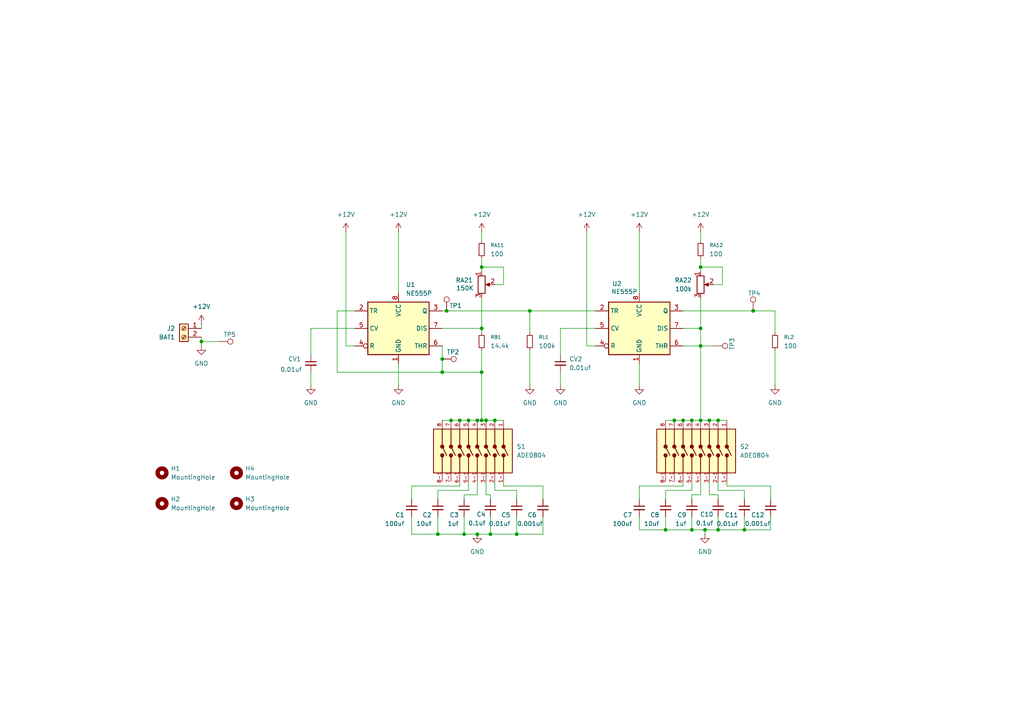
<source format=kicad_sch>
(kicad_sch (version 20250114) (generator "eeschema") (generator_version "9.0")
  (paper "A4")
  (lib_symbols
    (symbol "ADE0804:ADE0804" (pin_names (offset 1.016))
      (property "Reference" "S" (at -4.83 14.2359 0))
      (property "Value" "ADE0804" (at -5.0804 -12.7011 0))
      (symbol "ADE0804_0_0"
        (polyline (pts (xy -5.08 10.16) (xy 0 10.16)) (stroke (width 0.254)))
        (polyline (pts (xy -5.08 7.62) (xy 0 7.62)) (stroke (width 0.254)))
        (polyline (pts (xy -5.08 5.08) (xy 0 5.08)) (stroke (width 0.254)))
        (polyline (pts (xy -5.08 2.54) (xy 0 2.54)) (stroke (width 0.254)))
        (polyline (pts (xy -5.08 0) (xy 0 0)) (stroke (width 0.254)))
        (polyline (pts (xy -5.08 -2.54) (xy 0 -2.54)) (stroke (width 0.254)))
        (polyline (pts (xy -5.08 -5.08) (xy 0 -5.08)) (stroke (width 0.254)))
        (polyline (pts (xy -5.08 -7.62) (xy 0 -7.62)) (stroke (width 0.254)))
        (rectangle (start -5.08 -10.16) (end 7.62 12.7) (stroke (width 0.254)) (fill (type background)))
        (circle (center 0 10.16) (radius 0.1) (stroke (width 0.5)))
        (polyline (pts (xy 0 10.16) (xy 2.54 11.43)) (stroke (width 0.254)))
        (circle (center 0 7.62) (radius 0.1) (stroke (width 0.5)))
        (polyline (pts (xy 0 7.62) (xy 2.54 8.89)) (stroke (width 0.254)))
        (circle (center 0 5.08) (radius 0.1) (stroke (width 0.5)))
        (polyline (pts (xy 0 5.08) (xy 2.54 6.35)) (stroke (width 0.254)))
        (circle (center 0 2.54) (radius 0.1) (stroke (width 0.5)))
        (polyline (pts (xy 0 2.54) (xy 2.54 3.81)) (stroke (width 0.254)))
        (polyline (pts (xy 0 0) (xy 2.54 1.27)) (stroke (width 0.254)))
        (circle (center 0 0) (radius 0.1) (stroke (width 0.5)))
        (polyline (pts (xy 0 -2.54) (xy 2.54 -1.27)) (stroke (width 0.254)))
        (circle (center 0 -2.54) (radius 0.1) (stroke (width 0.5)))
        (polyline (pts (xy 0 -5.08) (xy 2.54 -3.81)) (stroke (width 0.254)))
        (circle (center 0 -5.08) (radius 0.1) (stroke (width 0.5)))
        (polyline (pts (xy 0 -7.62) (xy 2.54 -6.35)) (stroke (width 0.254)))
        (circle (center 0 -7.62) (radius 0.1) (stroke (width 0.5)))
        (polyline (pts (xy 2.54 10.16) (xy 7.62 10.16)) (stroke (width 0.254)))
        (circle (center 2.54 10.16) (radius 0.1) (stroke (width 0.5)))
        (polyline (pts (xy 2.54 7.62) (xy 7.62 7.62)) (stroke (width 0.254)))
        (circle (center 2.54 7.62) (radius 0.1) (stroke (width 0.5)))
        (polyline (pts (xy 2.54 5.08) (xy 7.62 5.08)) (stroke (width 0.254)))
        (circle (center 2.54 5.08) (radius 0.1) (stroke (width 0.5)))
        (polyline (pts (xy 2.54 2.54) (xy 7.62 2.54)) (stroke (width 0.254)))
        (circle (center 2.54 2.54) (radius 0.1) (stroke (width 0.5)))
        (polyline (pts (xy 2.54 0) (xy 7.62 0)) (stroke (width 0.254)))
        (circle (center 2.54 0) (radius 0.1) (stroke (width 0.5)))
        (polyline (pts (xy 2.54 -2.54) (xy 7.62 -2.54)) (stroke (width 0.254)))
        (circle (center 2.54 -2.54) (radius 0.1) (stroke (width 0.5)))
        (polyline (pts (xy 2.54 -5.08) (xy 7.62 -5.08)) (stroke (width 0.254)))
        (circle (center 2.54 -5.08) (radius 0.1) (stroke (width 0.5)))
        (polyline (pts (xy 2.54 -7.62) (xy 7.62 -7.62)) (stroke (width 0.254)))
        (circle (center 2.54 -7.62) (radius 0.1) (stroke (width 0.5)))
        (pin passive line (at -7.62 10.16 0) (length 2.54) (name "~") (number "1"))
        (pin passive line (at -7.62 7.62 0) (length 2.54) (name "~") (number "2"))
        (pin passive line (at -7.62 5.08 0) (length 2.54) (name "~") (number "3"))
        (pin passive line (at -7.62 2.54 0) (length 2.54) (name "~") (number "4"))
        (pin passive line (at -7.62 0 0) (length 2.54) (name "~") (number "5"))
        (pin passive line (at -7.62 -2.54 0) (length 2.54) (name "~") (number "6"))
        (pin passive line (at -7.62 -5.08 0) (length 2.54) (name "~") (number "7"))
        (pin passive line (at -7.62 -7.62 0) (length 2.54) (name "~") (number "8"))
        (pin passive line (at 10.16 10.16 180) (length 2.54) (name "~") (number "1-1"))
        (pin passive line (at 10.16 7.62 180) (length 2.54) (name "~") (number "2-1"))
        (pin passive line (at 10.16 5.08 180) (length 2.54) (name "~") (number "3-1"))
        (pin passive line (at 10.16 2.54 180) (length 2.54) (name "~") (number "4-1"))
        (pin passive line (at 10.16 0 180) (length 2.54) (name "~") (number "5-1"))
        (pin passive line (at 10.16 -2.54 180) (length 2.54) (name "~") (number "6-1"))
        (pin passive line (at 10.16 -5.08 180) (length 2.54) (name "~") (number "7-1"))
        (pin passive line (at 10.16 -7.62 180) (length 2.54) (name "~") (number "8-1"))
      )
    )
    (symbol "Connector:Screw_Terminal_01x02" (pin_names (offset 1.016) (hide yes))
      (property "Reference" "J" (at 0 2.54 0))
      (property "Value" "Screw_Terminal_01x02" (at 0 -5.08 0))
      (symbol "Screw_Terminal_01x02_1_1"
        (rectangle (start -1.27 1.27) (end 1.27 -3.81) (stroke (width 0.254)) (fill (type background)))
        (polyline (pts (xy -0.5334 0.3302) (xy 0.3302 -0.508)) (stroke (width 0.1524)))
        (polyline (pts (xy -0.5334 -2.2098) (xy 0.3302 -3.048)) (stroke (width 0.1524)))
        (polyline (pts (xy -0.3556 0.508) (xy 0.508 -0.3302)) (stroke (width 0.1524)))
        (polyline (pts (xy -0.3556 -2.032) (xy 0.508 -2.8702)) (stroke (width 0.1524)))
        (circle (center 0 0) (radius 0.635) (stroke (width 0.1524)))
        (circle (center 0 -2.54) (radius 0.635) (stroke (width 0.1524)))
        (pin passive line (at -5.08 0 0) (length 3.81) (name "Pin_1") (number "1"))
        (pin passive line (at -5.08 -2.54 0) (length 3.81) (name "Pin_2") (number "2"))
      )
    )
    (symbol "Connector:TestPoint" (pin_numbers (hide yes)) (pin_names (offset 0.762) (hide yes))
      (property "Reference" "TP" (at 0 6.858 0))
      (property "Value" "TestPoint" (at 0 5.08 0))
      (symbol "TestPoint_0_1"
        (circle (center 0 3.302) (radius 0.762))
      )
      (symbol "TestPoint_1_1"
        (pin passive line (at 0 0 90) (length 2.54) (name "1") (number "1"))
      )
    )
    (symbol "Device:C_Small" (pin_numbers (hide yes)) (pin_names (offset 0.254) (hide yes))
      (property "Reference" "C" (at 0.254 1.778 0))
      (property "Value" "C_Small" (at 0.254 -2.032 0))
      (symbol "C_Small_0_1"
        (polyline (pts (xy -1.524 0.508) (xy 1.524 0.508)) (stroke (width 0.3048)))
        (polyline (pts (xy -1.524 -0.508) (xy 1.524 -0.508)) (stroke (width 0.3302)))
      )
      (symbol "C_Small_1_1"
        (pin passive line (at 0 2.54 270) (length 2.032) (name "~") (number "1"))
        (pin passive line (at 0 -2.54 90) (length 2.032) (name "~") (number "2"))
      )
    )
    (symbol "Device:R_Potentiometer" (pin_names (offset 1.016) (hide yes))
      (property "Reference" "RV" (at -4.445 0 90))
      (property "Value" "R_Potentiometer" (at -2.54 0 90))
      (symbol "R_Potentiometer_0_1"
        (rectangle (start 1.016 2.54) (end -1.016 -2.54) (stroke (width 0.254)))
        (polyline (pts (xy 1.143 0) (xy 2.286 0.508) (xy 2.286 -0.508) (xy 1.143 0)) (fill (type outline)))
        (polyline (pts (xy 2.54 0) (xy 1.524 0)))
      )
      (symbol "R_Potentiometer_1_1"
        (pin passive line (at 0 3.81 270) (length 1.27) (name "1") (number "1"))
        (pin passive line (at 0 -3.81 90) (length 1.27) (name "3") (number "3"))
        (pin passive line (at 3.81 0 180) (length 1.27) (name "2") (number "2"))
      )
    )
    (symbol "Device:R_Small" (pin_numbers (hide yes)) (pin_names (offset 0.254) (hide yes))
      (property "Reference" "R" (at 0 0 90))
      (property "Value" "R_Small" (at 1.778 0 90))
      (symbol "R_Small_0_1"
        (rectangle (start -0.762 1.778) (end 0.762 -1.778) (stroke (width 0.2032)))
      )
      (symbol "R_Small_1_1"
        (pin passive line (at 0 2.54 270) (length 0.762) (name "~") (number "1"))
        (pin passive line (at 0 -2.54 90) (length 0.762) (name "~") (number "2"))
      )
    )
    (symbol "Mechanical:MountingHole" (pin_names (offset 1.016)) (in_bom no)
      (property "Reference" "H" (at 0 5.08 0))
      (property "Value" "MountingHole" (at 0 3.175 0))
      (symbol "MountingHole_0_1"
        (circle (center 0 0) (radius 1.27) (stroke (width 1.27)))
      )
    )
    (symbol "Timer:NE555P"
      (property "Reference" "U" (at -10.16 8.89 0))
      (property "Value" "NE555P" (at 2.54 8.89 0))
      (symbol "NE555P_0_0"
        (pin power_in line (at 0 10.16 270) (length 2.54) (name "VCC") (number "8"))
        (pin power_in line (at 0 -10.16 90) (length 2.54) (name "GND") (number "1"))
      )
      (symbol "NE555P_0_1"
        (rectangle (start -8.89 -7.62) (end 8.89 7.62) (stroke (width 0.254)) (fill (type background)))
        (rectangle (start -8.89 -7.62) (end 8.89 7.62) (stroke (width 0.254)) (fill (type background)))
      )
      (symbol "NE555P_1_1"
        (pin input line (at -12.7 5.08 0) (length 3.81) (name "TR") (number "2"))
        (pin input line (at -12.7 0 0) (length 3.81) (name "CV") (number "5"))
        (pin input inverted (at -12.7 -5.08 0) (length 3.81) (name "R") (number "4"))
        (pin output line (at 12.7 5.08 180) (length 3.81) (name "Q") (number "3"))
        (pin input line (at 12.7 0 180) (length 3.81) (name "DIS") (number "7"))
        (pin input line (at 12.7 -5.08 180) (length 3.81) (name "THR") (number "6"))
      )
    )
    (symbol "power:+12V" (power) (pin_numbers (hide yes)) (pin_names (offset 0) (hide yes))
      (property "Value" "+12V" (at 0 3.556 0))
      (symbol "+12V_0_1"
        (polyline (pts (xy -0.762 1.27) (xy 0 2.54)))
        (polyline (pts (xy 0 2.54) (xy 0.762 1.27)))
        (polyline (pts (xy 0 0) (xy 0 2.54)))
      )
      (symbol "+12V_1_1"
        (pin power_in line (at 0 0 90) (length 0) (name "~") (number "1"))
      )
    )
    (symbol "power:GND" (power) (pin_numbers (hide yes)) (pin_names (offset 0) (hide yes))
      (property "Value" "GND" (at 0 -3.81 0))
      (symbol "GND_0_1"
        (polyline (pts (xy 0 0) (xy 0 -1.27) (xy 1.27 -1.27) (xy 0 -2.54) (xy -1.27 -1.27) (xy 0 -1.27)))
      )
      (symbol "GND_1_1"
        (pin power_in line (at 0 0 270) (length 0) (name "~") (number "1"))
      )
    )
  )
  (junction (at 139.7 95.25))
  (junction (at 143.51 121.92))
  (junction (at 129.54 90.17))
  (junction (at 128.27 107.95))
  (junction (at 153.67 90.17))
  (junction (at 128.27 104.14))
  (junction (at 149.86 154.94))
  (junction (at 138.43 154.94))
  (junction (at 140.97 121.92))
  (junction (at 203.2 100.33))
  (junction (at 134.62 154.94))
  (junction (at 135.89 121.92))
  (junction (at 58.42 99.06))
  (junction (at 142.24 154.94))
  (junction (at 200.66 121.92))
  (junction (at 203.2 121.92))
  (junction (at 195.58 121.92))
  (junction (at 193.04 153.67))
  (junction (at 218.44 90.17))
  (junction (at 205.74 121.92))
  (junction (at 198.12 121.92))
  (junction (at 139.7 77.47))
  (junction (at 203.2 95.25))
  (junction (at 200.66 153.67))
  (junction (at 139.7 107.95))
  (junction (at 208.28 121.92))
  (junction (at 139.7 121.92))
  (junction (at 127 154.94))
  (junction (at 203.2 77.47))
  (junction (at 215.9 153.67))
  (junction (at 130.81 121.92))
  (junction (at 208.28 153.67))
  (junction (at 133.35 121.92))
  (junction (at 204.47 153.67))
  (junction (at 138.43 121.92))
  (wire (pts (xy 58.42 97.79) (xy 58.42 99.06)))
  (wire (pts (xy 97.79 107.95) (xy 128.27 107.95)))
  (wire (pts (xy 134.62 143.51) (xy 138.43 143.51)))
  (wire (pts (xy 133.35 140.97) (xy 133.35 139.7)))
  (wire (pts (xy 139.7 77.47) (xy 139.7 78.74)))
  (wire (pts (xy 215.9 149.86) (xy 215.9 153.67)))
  (wire (pts (xy 153.67 101.6) (xy 153.67 111.76)))
  (wire (pts (xy 143.51 139.7) (xy 143.51 142.24)))
  (wire (pts (xy 134.62 149.86) (xy 134.62 154.94)))
  (wire (pts (xy 218.44 90.17) (xy 224.79 90.17)))
  (wire (pts (xy 134.62 144.78) (xy 134.62 143.51)))
  (wire (pts (xy 170.18 67.31) (xy 170.18 100.33)))
  (wire (pts (xy 185.42 140.97) (xy 198.12 140.97)))
  (wire (pts (xy 215.9 142.24) (xy 208.28 142.24)))
  (wire (pts (xy 185.42 111.76) (xy 185.42 105.41)))
  (wire (pts (xy 139.7 77.47) (xy 146.05 77.47)))
  (wire (pts (xy 138.43 143.51) (xy 138.43 139.7)))
  (wire (pts (xy 208.28 153.67) (xy 204.47 153.67)))
  (wire (pts (xy 102.87 95.25) (xy 90.17 95.25)))
  (wire (pts (xy 128.27 90.17) (xy 129.54 90.17)))
  (wire (pts (xy 209.55 77.47) (xy 203.2 77.47)))
  (wire (pts (xy 149.86 154.94) (xy 142.24 154.94)))
  (wire (pts (xy 185.42 149.86) (xy 185.42 153.67)))
  (wire (pts (xy 100.33 67.31) (xy 100.33 100.33)))
  (wire (pts (xy 208.28 139.7) (xy 208.28 142.24)))
  (wire (pts (xy 215.9 153.67) (xy 208.28 153.67)))
  (wire (pts (xy 149.86 142.24) (xy 143.51 142.24)))
  (wire (pts (xy 198.12 140.97) (xy 198.12 139.7)))
  (wire (pts (xy 223.52 149.86) (xy 223.52 153.67)))
  (wire (pts (xy 210.82 140.97) (xy 210.82 139.7)))
  (wire (pts (xy 130.81 121.92) (xy 133.35 121.92)))
  (wire (pts (xy 193.04 121.92) (xy 195.58 121.92)))
  (wire (pts (xy 203.2 121.92) (xy 205.74 121.92)))
  (wire (pts (xy 153.67 90.17) (xy 153.67 96.52)))
  (wire (pts (xy 139.7 101.6) (xy 139.7 107.95)))
  (wire (pts (xy 208.28 143.51) (xy 205.74 143.51)))
  (wire (pts (xy 135.89 142.24) (xy 135.89 139.7)))
  (wire (pts (xy 90.17 107.95) (xy 90.17 111.76)))
  (wire (pts (xy 223.52 140.97) (xy 210.82 140.97)))
  (wire (pts (xy 128.27 95.25) (xy 139.7 95.25)))
  (wire (pts (xy 172.72 95.25) (xy 162.56 95.25)))
  (wire (pts (xy 157.48 154.94) (xy 149.86 154.94)))
  (wire (pts (xy 128.27 107.95) (xy 128.27 104.14)))
  (wire (pts (xy 185.42 153.67) (xy 193.04 153.67)))
  (wire (pts (xy 139.7 74.93) (xy 139.7 77.47)))
  (wire (pts (xy 162.56 95.25) (xy 162.56 102.87)))
  (wire (pts (xy 139.7 121.92) (xy 140.97 121.92)))
  (wire (pts (xy 97.79 90.17) (xy 97.79 107.95)))
  (wire (pts (xy 198.12 100.33) (xy 203.2 100.33)))
  (wire (pts (xy 139.7 67.31) (xy 139.7 69.85)))
  (wire (pts (xy 200.66 143.51) (xy 203.2 143.51)))
  (wire (pts (xy 127 154.94) (xy 134.62 154.94)))
  (wire (pts (xy 193.04 142.24) (xy 200.66 142.24)))
  (wire (pts (xy 133.35 121.92) (xy 135.89 121.92)))
  (wire (pts (xy 223.52 153.67) (xy 215.9 153.67)))
  (wire (pts (xy 203.2 74.93) (xy 203.2 77.47)))
  (wire (pts (xy 207.01 82.55) (xy 209.55 82.55)))
  (wire (pts (xy 198.12 90.17) (xy 218.44 90.17)))
  (wire (pts (xy 205.74 143.51) (xy 205.74 139.7)))
  (wire (pts (xy 119.38 140.97) (xy 133.35 140.97)))
  (wire (pts (xy 224.79 90.17) (xy 224.79 96.52)))
  (wire (pts (xy 143.51 121.92) (xy 146.05 121.92)))
  (wire (pts (xy 135.89 121.92) (xy 138.43 121.92)))
  (wire (pts (xy 203.2 143.51) (xy 203.2 139.7)))
  (wire (pts (xy 138.43 121.92) (xy 139.7 121.92)))
  (wire (pts (xy 139.7 86.36) (xy 139.7 95.25)))
  (wire (pts (xy 128.27 107.95) (xy 139.7 107.95)))
  (wire (pts (xy 119.38 154.94) (xy 127 154.94)))
  (wire (pts (xy 198.12 95.25) (xy 203.2 95.25)))
  (wire (pts (xy 205.74 121.92) (xy 208.28 121.92)))
  (wire (pts (xy 208.28 144.78) (xy 208.28 143.51)))
  (wire (pts (xy 209.55 82.55) (xy 209.55 77.47)))
  (wire (pts (xy 193.04 149.86) (xy 193.04 153.67)))
  (wire (pts (xy 142.24 143.51) (xy 140.97 143.51)))
  (wire (pts (xy 139.7 107.95) (xy 139.7 121.92)))
  (wire (pts (xy 170.18 100.33) (xy 172.72 100.33)))
  (wire (pts (xy 127 142.24) (xy 135.89 142.24)))
  (wire (pts (xy 142.24 154.94) (xy 138.43 154.94)))
  (wire (pts (xy 208.28 149.86) (xy 208.28 153.67)))
  (wire (pts (xy 119.38 144.78) (xy 119.38 140.97)))
  (wire (pts (xy 215.9 144.78) (xy 215.9 142.24)))
  (wire (pts (xy 140.97 121.92) (xy 143.51 121.92)))
  (wire (pts (xy 185.42 67.31) (xy 185.42 85.09)))
  (wire (pts (xy 198.12 121.92) (xy 200.66 121.92)))
  (wire (pts (xy 195.58 121.92) (xy 198.12 121.92)))
  (wire (pts (xy 100.33 100.33) (xy 102.87 100.33)))
  (wire (pts (xy 200.66 149.86) (xy 200.66 153.67)))
  (wire (pts (xy 128.27 121.92) (xy 130.81 121.92)))
  (wire (pts (xy 203.2 95.25) (xy 203.2 100.33)))
  (wire (pts (xy 139.7 95.25) (xy 139.7 96.52)))
  (wire (pts (xy 119.38 149.86) (xy 119.38 154.94)))
  (wire (pts (xy 157.48 149.86) (xy 157.48 154.94)))
  (wire (pts (xy 203.2 86.36) (xy 203.2 95.25)))
  (wire (pts (xy 224.79 101.6) (xy 224.79 111.76)))
  (wire (pts (xy 157.48 140.97) (xy 146.05 140.97)))
  (wire (pts (xy 134.62 154.94) (xy 138.43 154.94)))
  (wire (pts (xy 157.48 144.78) (xy 157.48 140.97)))
  (wire (pts (xy 146.05 82.55) (xy 146.05 77.47)))
  (wire (pts (xy 185.42 144.78) (xy 185.42 140.97)))
  (wire (pts (xy 203.2 100.33) (xy 203.2 121.92)))
  (wire (pts (xy 127 144.78) (xy 127 142.24)))
  (wire (pts (xy 193.04 153.67) (xy 200.66 153.67)))
  (wire (pts (xy 207.01 100.33) (xy 203.2 100.33)))
  (wire (pts (xy 149.86 144.78) (xy 149.86 142.24)))
  (wire (pts (xy 208.28 121.92) (xy 210.82 121.92)))
  (wire (pts (xy 200.66 121.92) (xy 203.2 121.92)))
  (wire (pts (xy 102.87 90.17) (xy 97.79 90.17)))
  (wire (pts (xy 200.66 144.78) (xy 200.66 143.51)))
  (wire (pts (xy 142.24 149.86) (xy 142.24 154.94)))
  (wire (pts (xy 223.52 144.78) (xy 223.52 140.97)))
  (wire (pts (xy 193.04 144.78) (xy 193.04 142.24)))
  (wire (pts (xy 203.2 77.47) (xy 203.2 78.74)))
  (wire (pts (xy 90.17 95.25) (xy 90.17 102.87)))
  (wire (pts (xy 146.05 140.97) (xy 146.05 139.7)))
  (wire (pts (xy 127 149.86) (xy 127 154.94)))
  (wire (pts (xy 128.27 104.14) (xy 128.27 100.33)))
  (wire (pts (xy 140.97 143.51) (xy 140.97 139.7)))
  (wire (pts (xy 200.66 153.67) (xy 204.47 153.67)))
  (wire (pts (xy 203.2 67.31) (xy 203.2 69.85)))
  (wire (pts (xy 58.42 93.98) (xy 58.42 95.25)))
  (wire (pts (xy 162.56 107.95) (xy 162.56 111.76)))
  (wire (pts (xy 115.57 111.76) (xy 115.57 105.41)))
  (wire (pts (xy 149.86 149.86) (xy 149.86 154.94)))
  (wire (pts (xy 115.57 67.31) (xy 115.57 85.09)))
  (wire (pts (xy 142.24 144.78) (xy 142.24 143.51)))
  (wire (pts (xy 58.42 99.06) (xy 58.42 100.33)))
  (wire (pts (xy 204.47 154.94) (xy 204.47 153.67)))
  (wire (pts (xy 63.5 99.06) (xy 58.42 99.06)))
  (wire (pts (xy 129.54 90.17) (xy 153.67 90.17)))
  (wire (pts (xy 200.66 142.24) (xy 200.66 139.7)))
  (wire (pts (xy 153.67 90.17) (xy 172.72 90.17)))
  (wire (pts (xy 143.51 82.55) (xy 146.05 82.55)))
  (symbol (lib_id "Device:C_Small") (at 208.28 147.32 0) (mirror y) (unit 1)
    (property "Reference" "C10" (at 206.9316 149.1882 0) (effects (justify left)))
    (property "Value" "0.1uf" (at 206.9316 151.7282 0) (effects (justify left)))
    (property "Footprint" "Capacitor_THT:C_Radial_D5.0mm_H11.0mm_P2.00mm" (effects (hide yes)))
    (property "Description" "Unpolarized capacitor, small symbol" (effects (hide yes)))
  )
  (symbol (lib_id "Device:R_Potentiometer") (at 139.7 82.55 0) (unit 1)
    (property "Reference" "RA21" (at 137.16 81.2799 0) (effects (justify right)))
    (property "Value" "150K" (at 137.414 83.566 0) (effects (justify right)))
    (property "Footprint" "Potentiometer_THT:Potentiometer_Alps_RK163_Single_Horizontal" (effects (hide yes)))
    (property "Description" "Potentiometer" (effects (hide yes)))
  )
  (symbol (lib_id "power:GND") (at 185.42 111.76 0) (unit 1)
    (property "Reference" "#PWR02" (effects (hide yes)))
    (property "Value" "GND" (at 185.42 116.84 0))
    (property "Description" "Power symbol creates a global label with name \"GND\" , ground" (effects (hide yes)))
  )
  (symbol (lib_id "Device:C_Small") (at 193.04 147.32 0) (mirror y) (unit 1)
    (property "Reference" "C8" (at 191.262 149.352 0) (effects (justify left)))
    (property "Value" "10uf" (at 191.262 151.892 0) (effects (justify left)))
    (property "Footprint" "Capacitor_THT:C_Radial_D5.0mm_H11.0mm_P2.00mm" (effects (hide yes)))
    (property "Description" "Unpolarized capacitor, small symbol" (effects (hide yes)))
  )
  (symbol (lib_id "Device:C_Small") (at 90.17 105.41 0) (unit 1)
    (property "Reference" "CV1" (at 83.566 104.14 0) (effects (justify left)))
    (property "Value" "0.01uf" (at 81.28 107.188 0) (effects (justify left)))
    (property "Footprint" "Capacitor_THT:C_Radial_D5.0mm_H11.0mm_P2.00mm" (effects (hide yes)))
    (property "Description" "Unpolarized capacitor, small symbol" (effects (hide yes)))
  )
  (symbol (lib_id "power:+12V") (at 100.33 67.31 0) (unit 1)
    (property "Reference" "#PWR010" (effects (hide yes)))
    (property "Value" "+12V" (at 100.33 62.23 0))
    (property "Description" "Power symbol creates a global label with name \"+12V\"" (effects (hide yes)))
  )
  (symbol (lib_id "power:+12V") (at 115.57 67.31 0) (unit 1)
    (property "Reference" "#PWR05" (effects (hide yes)))
    (property "Value" "+12V" (at 115.57 62.23 0))
    (property "Description" "Power symbol creates a global label with name \"+12V\"" (effects (hide yes)))
  )
  (symbol (lib_id "power:GND") (at 204.47 154.94 0) (unit 1)
    (property "Reference" "#PWR015" (effects (hide yes)))
    (property "Value" "GND" (at 204.47 160.02 0))
    (property "Description" "Power symbol creates a global label with name \"GND\" , ground" (effects (hide yes)))
  )
  (symbol (lib_id "Device:C_Small") (at 215.9 147.32 0) (mirror y) (unit 1)
    (property "Reference" "C11" (at 214.122 149.352 0) (effects (justify left)))
    (property "Value" "0.01uf" (at 214.122 151.892 0) (effects (justify left)))
    (property "Footprint" "Capacitor_THT:C_Radial_D5.0mm_H11.0mm_P2.00mm" (effects (hide yes)))
    (property "Description" "Unpolarized capacitor, small symbol" (effects (hide yes)))
  )
  (symbol (lib_id "power:GND") (at 115.57 111.76 0) (unit 1)
    (property "Reference" "#PWR01" (effects (hide yes)))
    (property "Value" "GND" (at 115.57 116.84 0))
    (property "Description" "Power symbol creates a global label with name \"GND\" , ground" (effects (hide yes)))
  )
  (symbol (lib_id "power:+12V") (at 58.42 93.98 0) (unit 1)
    (property "Reference" "#PWR04" (effects (hide yes)))
    (property "Value" "+12V" (at 58.42 88.9 0))
    (property "Description" "Power symbol creates a global label with name \"+12V\"" (effects (hide yes)))
  )
  (symbol (lib_id "Mechanical:MountingHole") (at 68.58 137.16 0) (unit 1) (in_bom no)
    (property "Reference" "H4" (at 71.12 135.8899 0) (effects (justify left)))
    (property "Value" "MountingHole" (at 71.12 138.4299 0) (effects (justify left)))
    (property "Footprint" "MountingHole:MountingHole_2.2mm_M2_DIN965" (effects (hide yes)))
    (property "Description" "Mounting Hole without connection" (effects (hide yes)))
  )
  (symbol (lib_id "Device:R_Small") (at 153.67 99.06 0) (unit 1)
    (property "Reference" "RL1" (at 156.21 97.7899 0) (effects (font (size 1.016 1.016)) (justify left)))
    (property "Value" "100k" (at 156.21 100.3299 0) (effects (justify left)))
    (property "Footprint" "Resistor_THT:R_Axial_DIN0207_L6.3mm_D2.5mm_P10.16mm_Horizontal" (effects (hide yes)))
    (property "Description" "Resistor, small symbol" (effects (hide yes)))
  )
  (symbol (lib_id "Device:R_Small") (at 224.79 99.06 0) (unit 1)
    (property "Reference" "RL2" (at 227.33 97.7899 0) (effects (font (size 1.016 1.016)) (justify left)))
    (property "Value" "100" (at 227.33 100.3299 0) (effects (justify left)))
    (property "Footprint" "Resistor_THT:R_Axial_DIN0207_L6.3mm_D2.5mm_P10.16mm_Horizontal" (effects (hide yes)))
    (property "Description" "Resistor, small symbol" (effects (hide yes)))
  )
  (symbol (lib_id "Device:R_Small") (at 203.2 72.39 0) (unit 1)
    (property "Reference" "RA12" (at 205.74 71.1199 0) (effects (font (size 1.016 1.016)) (justify left)))
    (property "Value" "100" (at 205.74 73.6599 0) (effects (justify left)))
    (property "Footprint" "Resistor_THT:R_Axial_DIN0207_L6.3mm_D2.5mm_P10.16mm_Horizontal" (effects (hide yes)))
    (property "Description" "Resistor, small symbol" (effects (hide yes)))
  )
  (symbol (lib_id "Device:C_Small") (at 134.62 147.32 0) (mirror y) (unit 1)
    (property "Reference" "C3" (at 133.096 149.352 0) (effects (justify left)))
    (property "Value" "1uf" (at 133.096 151.892 0) (effects (justify left)))
    (property "Footprint" "Capacitor_THT:C_Radial_D5.0mm_H11.0mm_P2.00mm" (effects (hide yes)))
    (property "Description" "Unpolarized capacitor, small symbol" (effects (hide yes)))
  )
  (symbol (lib_id "Connector:Screw_Terminal_01x02") (at 53.34 95.25 0) (mirror y) (unit 1)
    (property "Reference" "J2" (at 50.8 95.2499 0) (effects (justify left)))
    (property "Value" "BAT1" (at 50.8 97.7899 0) (effects (justify left)))
    (property "Footprint" "TerminalBlock_MetzConnect:TerminalBlock_MetzConnect_Type011_RT05502HBLC_1x02_P5.00mm_Horizontal" (effects (hide yes)))
    (property "Description" "Generic screw terminal, single row, 01x02, script generated (kicad-library-utils/schlib/autogen/connector/)" (effects (hide yes)))
  )
  (symbol (lib_id "Timer:NE555P") (at 115.57 95.25 0) (unit 1)
    (property "Reference" "U1" (at 117.7133 82.55 0) (effects (justify left)))
    (property "Value" "NE555P" (at 117.7133 85.09 0) (effects (justify left)))
    (property "Footprint" "Package_DIP:DIP-8_W7.62mm" (effects (hide yes)))
    (property "Datasheet" "http://www.ti.com/lit/ds/symlink/ne555.pdf" (effects (hide yes)))
    (property "Description" "Precision Timers, 555 compatible,  PDIP-8" (effects (hide yes)))
  )
  (symbol (lib_id "Connector:TestPoint") (at 128.27 104.14 270) (unit 1)
    (property "Reference" "TP2" (at 129.54 102.108 90) (effects (justify left)))
    (property "Value" "TestPoint" (effects (hide yes)))
    (property "Footprint" "TestPoint:TestPoint_THTPad_D1.0mm_Drill0.5mm" (effects (hide yes)))
    (property "Description" "test point" (effects (hide yes)))
  )
  (symbol (lib_id "Device:R_Small") (at 139.7 99.06 0) (unit 1)
    (property "Reference" "RB1" (at 142.24 97.7899 0) (effects (font (size 1.016 1.016)) (justify left)))
    (property "Value" "14.4k" (at 142.24 100.3299 0) (effects (justify left)))
    (property "Footprint" "Resistor_THT:R_Axial_DIN0207_L6.3mm_D2.5mm_P10.16mm_Horizontal" (effects (hide yes)))
    (property "Description" "Resistor, small symbol" (effects (hide yes)))
  )
  (symbol (lib_id "Device:C_Small") (at 185.42 147.32 0) (mirror y) (unit 1)
    (property "Reference" "C7" (at 183.388 149.352 0) (effects (justify left)))
    (property "Value" "100uf" (at 183.388 151.892 0) (effects (justify left)))
    (property "Footprint" "Capacitor_THT:C_Radial_D5.0mm_H11.0mm_P2.00mm" (effects (hide yes)))
    (property "Description" "Unpolarized capacitor, small symbol" (effects (hide yes)))
  )
  (symbol (lib_id "Device:C_Small") (at 157.48 147.32 0) (mirror y) (unit 1)
    (property "Reference" "C6" (at 155.702 149.352 0) (effects (justify left)))
    (property "Value" "0.001uf" (at 157.48 151.892 0) (effects (justify left)))
    (property "Footprint" "Capacitor_THT:C_Radial_D5.0mm_H11.0mm_P2.00mm" (effects (hide yes)))
    (property "Description" "Unpolarized capacitor, small symbol" (effects (hide yes)))
  )
  (symbol (lib_id "Connector:TestPoint") (at 129.54 90.17 0) (unit 1)
    (property "Reference" "TP1" (at 130.302 88.646 0) (effects (justify left)))
    (property "Value" "TestPoint" (effects (hide yes)))
    (property "Footprint" "TestPoint:TestPoint_THTPad_D1.0mm_Drill0.5mm" (effects (hide yes)))
    (property "Description" "test point" (effects (hide yes)))
  )
  (symbol (lib_id "power:+12V") (at 170.18 67.31 0) (unit 1)
    (property "Reference" "#PWR014" (effects (hide yes)))
    (property "Value" "+12V" (at 170.18 62.23 0))
    (property "Description" "Power symbol creates a global label with name \"+12V\"" (effects (hide yes)))
  )
  (symbol (lib_id "power:+12V") (at 139.7 67.31 0) (unit 1)
    (property "Reference" "#PWR09" (effects (hide yes)))
    (property "Value" "+12V" (at 139.7 62.23 0))
    (property "Description" "Power symbol creates a global label with name \"+12V\"" (effects (hide yes)))
  )
  (symbol (lib_id "Mechanical:MountingHole") (at 46.99 137.16 0) (unit 1) (in_bom no)
    (property "Reference" "H1" (at 49.53 135.8899 0) (effects (justify left)))
    (property "Value" "MountingHole" (at 49.53 138.4299 0) (effects (justify left)))
    (property "Footprint" "MountingHole:MountingHole_2.2mm_M2_DIN965" (effects (hide yes)))
    (property "Description" "Mounting Hole without connection" (effects (hide yes)))
  )
  (symbol (lib_id "power:GND") (at 58.42 100.33 0) (unit 1)
    (property "Reference" "#PWR03" (effects (hide yes)))
    (property "Value" "GND" (at 58.42 105.41 0))
    (property "Description" "Power symbol creates a global label with name \"GND\" , ground" (effects (hide yes)))
  )
  (symbol (lib_id "Device:C_Small") (at 223.52 147.32 0) (mirror y) (unit 1)
    (property "Reference" "C12" (at 221.742 149.352 0) (effects (justify left)))
    (property "Value" "0.001uf" (at 223.52 151.892 0) (effects (justify left)))
    (property "Footprint" "Capacitor_THT:C_Radial_D5.0mm_H11.0mm_P2.00mm" (effects (hide yes)))
    (property "Description" "Unpolarized capacitor, small symbol" (effects (hide yes)))
  )
  (symbol (lib_id "Mechanical:MountingHole") (at 68.58 146.05 0) (unit 1) (in_bom no)
    (property "Reference" "H3" (at 71.12 144.7799 0) (effects (justify left)))
    (property "Value" "MountingHole" (at 71.12 147.3199 0) (effects (justify left)))
    (property "Footprint" "MountingHole:MountingHole_2.2mm_M2_DIN965" (effects (hide yes)))
    (property "Description" "Mounting Hole without connection" (effects (hide yes)))
  )
  (symbol (lib_id "Mechanical:MountingHole") (at 46.99 146.05 0) (unit 1) (in_bom no)
    (property "Reference" "H2" (at 49.53 144.7799 0) (effects (justify left)))
    (property "Value" "MountingHole" (at 49.53 147.3199 0) (effects (justify left)))
    (property "Footprint" "MountingHole:MountingHole_2.2mm_M2_DIN965" (effects (hide yes)))
    (property "Description" "Mounting Hole without connection" (effects (hide yes)))
  )
  (symbol (lib_id "Device:C_Small") (at 149.86 147.32 0) (mirror y) (unit 1)
    (property "Reference" "C5" (at 148.082 149.352 0) (effects (justify left)))
    (property "Value" "0.01uf" (at 148.082 151.892 0) (effects (justify left)))
    (property "Footprint" "Capacitor_THT:C_Radial_D5.0mm_H11.0mm_P2.00mm" (effects (hide yes)))
    (property "Description" "Unpolarized capacitor, small symbol" (effects (hide yes)))
  )
  (symbol (lib_id "Timer:NE555P") (at 185.42 95.25 0) (unit 1)
    (property "Reference" "U2" (at 177.546 82.296 0) (effects (justify left)))
    (property "Value" "NE555P" (at 177.292 84.582 0) (effects (justify left)))
    (property "Footprint" "Package_DIP:DIP-8_W7.62mm" (effects (hide yes)))
    (property "Datasheet" "http://www.ti.com/lit/ds/symlink/ne555.pdf" (effects (hide yes)))
    (property "Description" "Precision Timers, 555 compatible,  PDIP-8" (effects (hide yes)))
  )
  (symbol (lib_id "Device:C_Small") (at 142.24 147.32 0) (mirror y) (unit 1)
    (property "Reference" "C4" (at 140.8916 149.1882 0) (effects (justify left)))
    (property "Value" "0.1uf" (at 140.8916 151.7282 0) (effects (justify left)))
    (property "Footprint" "Capacitor_THT:C_Radial_D5.0mm_H11.0mm_P2.00mm" (effects (hide yes)))
    (property "Description" "Unpolarized capacitor, small symbol" (effects (hide yes)))
  )
  (symbol (lib_id "Connector:TestPoint") (at 207.01 100.33 270) (unit 1)
    (property "Reference" "TP3" (at 212.344 101.6 0) (effects (justify right)))
    (property "Value" "TestPoint" (effects (hide yes)))
    (property "Footprint" "TestPoint:TestPoint_THTPad_D1.0mm_Drill0.5mm" (effects (hide yes)))
    (property "Description" "test point" (effects (hide yes)))
  )
  (symbol (lib_id "Device:C_Small") (at 127 147.32 0) (mirror y) (unit 1)
    (property "Reference" "C2" (at 125.222 149.352 0) (effects (justify left)))
    (property "Value" "10uf" (at 125.222 151.892 0) (effects (justify left)))
    (property "Footprint" "Capacitor_THT:C_Radial_D5.0mm_H11.0mm_P2.00mm" (effects (hide yes)))
    (property "Description" "Unpolarized capacitor, small symbol" (effects (hide yes)))
  )
  (symbol (lib_id "power:GND") (at 138.43 154.94 0) (unit 1)
    (property "Reference" "#PWR016" (effects (hide yes)))
    (property "Value" "GND" (at 138.43 160.02 0))
    (property "Description" "Power symbol creates a global label with name \"GND\" , ground" (effects (hide yes)))
  )
  (symbol (lib_id "Connector:TestPoint") (at 63.5 99.06 270) (unit 1)
    (property "Reference" "TP5" (at 64.77 97.028 90) (effects (justify left)))
    (property "Value" "TestPoint" (effects (hide yes)))
    (property "Footprint" "TestPoint:TestPoint_THTPad_D1.0mm_Drill0.5mm" (effects (hide yes)))
    (property "Description" "test point" (effects (hide yes)))
  )
  (symbol (lib_id "Device:C_Small") (at 162.56 105.41 0) (unit 1)
    (property "Reference" "CV2" (at 165.1 104.1462 0) (effects (justify left)))
    (property "Value" "0.01uf" (at 165.1 106.6862 0) (effects (justify left)))
    (property "Footprint" "Capacitor_THT:C_Radial_D5.0mm_H11.0mm_P2.00mm" (effects (hide yes)))
    (property "Description" "Unpolarized capacitor, small symbol" (effects (hide yes)))
  )
  (symbol (lib_id "power:GND") (at 153.67 111.76 0) (unit 1)
    (property "Reference" "#PWR011" (effects (hide yes)))
    (property "Value" "GND" (at 153.67 116.84 0))
    (property "Description" "Power symbol creates a global label with name \"GND\" , ground" (effects (hide yes)))
  )
  (symbol (lib_id "power:+12V") (at 185.42 67.31 0) (unit 1)
    (property "Reference" "#PWR06" (effects (hide yes)))
    (property "Value" "+12V" (at 185.42 62.23 0))
    (property "Description" "Power symbol creates a global label with name \"+12V\"" (effects (hide yes)))
  )
  (symbol (lib_id "Device:R_Small") (at 139.7 72.39 0) (unit 1)
    (property "Reference" "RA11" (at 142.24 71.1199 0) (effects (font (size 1.016 1.016)) (justify left)))
    (property "Value" "100" (at 142.24 73.6599 0) (effects (justify left)))
    (property "Footprint" "Resistor_THT:R_Axial_DIN0207_L6.3mm_D2.5mm_P10.16mm_Horizontal" (effects (hide yes)))
    (property "Description" "Resistor, small symbol" (effects (hide yes)))
  )
  (symbol (lib_id "Device:C_Small") (at 119.38 147.32 0) (mirror y) (unit 1)
    (property "Reference" "C1" (at 117.348 149.352 0) (effects (justify left)))
    (property "Value" "100uf" (at 117.348 151.892 0) (effects (justify left)))
    (property "Footprint" "Capacitor_THT:C_Radial_D5.0mm_H11.0mm_P2.00mm" (effects (hide yes)))
    (property "Description" "Unpolarized capacitor, small symbol" (effects (hide yes)))
  )
  (symbol (lib_id "Device:C_Small") (at 200.66 147.32 0) (mirror y) (unit 1)
    (property "Reference" "C9" (at 199.136 149.352 0) (effects (justify left)))
    (property "Value" "1uf" (at 199.136 151.892 0) (effects (justify left)))
    (property "Footprint" "Capacitor_THT:C_Radial_D5.0mm_H11.0mm_P2.00mm" (effects (hide yes)))
    (property "Description" "Unpolarized capacitor, small symbol" (effects (hide yes)))
  )
  (symbol (lib_id "ADE0804:ADE0804") (at 135.89 129.54 270) (unit 1)
    (property "Reference" "S1" (at 149.86 129.5399 90) (effects (justify left)))
    (property "Value" "ADE0804" (at 149.86 132.0799 90) (effects (justify left)))
    (property "Footprint" "ADE0804:SW_ADE0804" (effects (hide yes)))
    (property "MF" "TE Connectivity" (effects (hide yes)))
    (property "Description_1" "witch, DIP, 8 Position, Slide Actuator, SPST, Thru-Hole | TE Connectivity ADE0804" (effects (hide yes)))
    (property "Package" "None" (effects (hide yes)))
    (property "Price" "None" (effects (hide yes)))
    (property "Check_prices" "https://www.snapeda.com/parts/ADE0804/TE+Connectivity+ALCOSWITCH+Switches/view-part/?ref=eda" (effects (hide yes)))
    (property "STANDARD" "IPC-7351B" (effects (hide yes)))
    (property "PARTREV" "R1" (effects (hide yes)))
    (property "SnapEDA_Link" "https://www.snapeda.com/parts/ADE0804/TE+Connectivity+ALCOSWITCH+Switches/view-part/?ref=snap" (effects (hide yes)))
    (property "MP" "ADE0804" (effects (hide yes)))
    (property "Availability" "In Stock" (effects (hide yes)))
    (property "MANUFACTURER" "TE CONNECTIVITY" (effects (hide yes)))
  )
  (symbol (lib_id "power:GND") (at 162.56 111.76 0) (unit 1)
    (property "Reference" "#PWR08" (effects (hide yes)))
    (property "Value" "GND" (at 162.56 116.84 0))
    (property "Description" "Power symbol creates a global label with name \"GND\" , ground" (effects (hide yes)))
  )
  (symbol (lib_id "Device:R_Potentiometer") (at 203.2 82.55 0) (unit 1)
    (property "Reference" "RA22" (at 200.66 81.2799 0) (effects (justify right)))
    (property "Value" "100k" (at 200.66 83.8199 0) (effects (justify right)))
    (property "Footprint" "Potentiometer_THT:Potentiometer_Alps_RK163_Single_Horizontal" (effects (hide yes)))
    (property "Description" "Potentiometer" (effects (hide yes)))
  )
  (symbol (lib_id "power:GND") (at 224.79 111.76 0) (unit 1)
    (property "Reference" "#PWR012" (effects (hide yes)))
    (property "Value" "GND" (at 224.79 116.84 0))
    (property "Description" "Power symbol creates a global label with name \"GND\" , ground" (effects (hide yes)))
  )
  (symbol (lib_id "ADE0804:ADE0804") (at 200.66 129.54 270) (unit 1)
    (property "Reference" "S2" (at 214.63 129.5399 90) (effects (justify left)))
    (property "Value" "ADE0804" (at 214.63 132.0799 90) (effects (justify left)))
    (property "Footprint" "ADE0804:SW_ADE0804" (effects (hide yes)))
    (property "MF" "TE Connectivity" (effects (hide yes)))
    (property "Description_1" "witch, DIP, 8 Position, Slide Actuator, SPST, Thru-Hole | TE Connectivity ADE0804" (effects (hide yes)))
    (property "Package" "None" (effects (hide yes)))
    (property "Price" "None" (effects (hide yes)))
    (property "Check_prices" "https://www.snapeda.com/parts/ADE0804/TE+Connectivity+ALCOSWITCH+Switches/view-part/?ref=eda" (effects (hide yes)))
    (property "STANDARD" "IPC-7351B" (effects (hide yes)))
    (property "PARTREV" "R1" (effects (hide yes)))
    (property "SnapEDA_Link" "https://www.snapeda.com/parts/ADE0804/TE+Connectivity+ALCOSWITCH+Switches/view-part/?ref=snap" (effects (hide yes)))
    (property "MP" "ADE0804" (effects (hide yes)))
    (property "Availability" "In Stock" (effects (hide yes)))
    (property "MANUFACTURER" "TE CONNECTIVITY" (effects (hide yes)))
  )
  (symbol (lib_id "power:GND") (at 90.17 111.76 0) (unit 1)
    (property "Reference" "#PWR07" (effects (hide yes)))
    (property "Value" "GND" (at 90.17 116.84 0))
    (property "Description" "Power symbol creates a global label with name \"GND\" , ground" (effects (hide yes)))
  )
  (symbol (lib_id "Connector:TestPoint") (at 218.44 90.17 0) (unit 1)
    (property "Reference" "TP4" (at 216.916 85.09 0) (effects (justify left)))
    (property "Value" "TestPoint" (effects (hide yes)))
    (property "Footprint" "TestPoint:TestPoint_THTPad_D1.0mm_Drill0.5mm" (effects (hide yes)))
    (property "Description" "test point" (effects (hide yes)))
  )
  (symbol (lib_id "power:+12V") (at 203.2 67.31 0) (unit 1)
    (property "Reference" "#PWR013" (effects (hide yes)))
    (property "Value" "+12V" (at 203.2 62.23 0))
    (property "Description" "Power symbol creates a global label with name \"+12V\"" (effects (hide yes)))
  )
)
</source>
